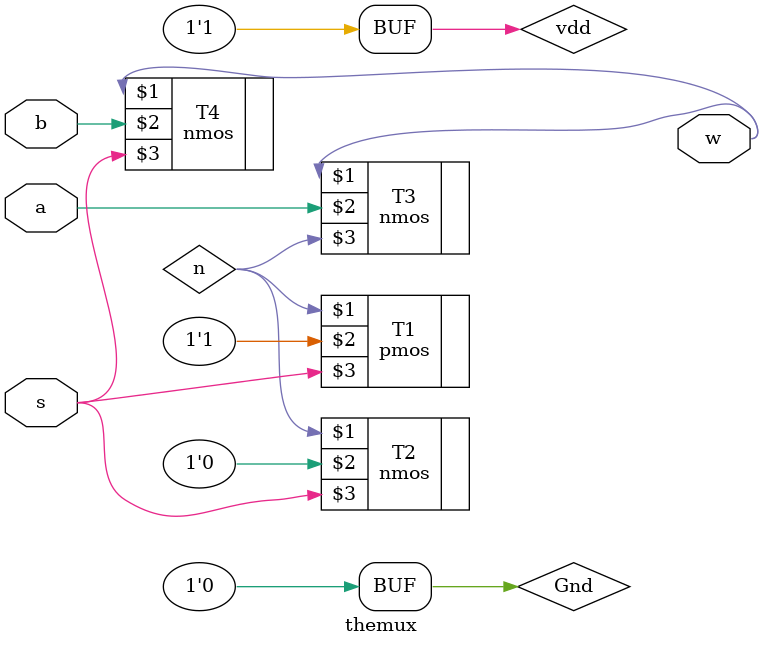
<source format=sv>
`timescale 1ns/1ns
module themux (input s,a,b, output w);
	wire n;
	supply1 vdd;
	supply0 Gnd;
	nmos #(3,4,5) T2(n,Gnd,s) ,
		      T3(w,a,n) ,
		      T4(w,b,s);
	pmos #(5,6,7) T1(n,vdd,s);
	
endmodule
</source>
